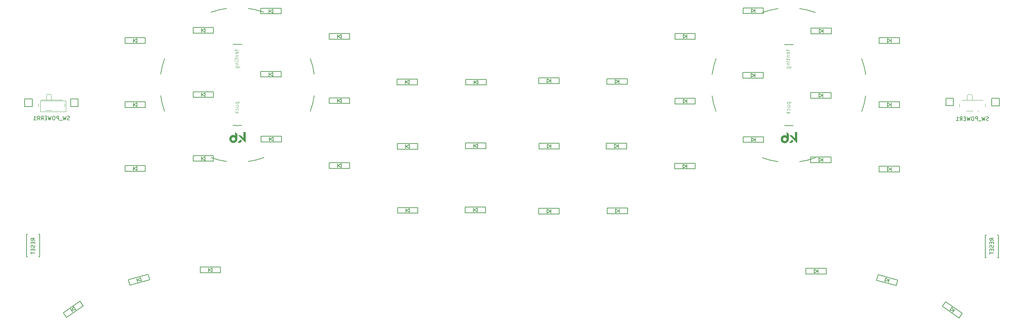
<source format=gbr>
%TF.GenerationSoftware,KiCad,Pcbnew,(6.0.5-0)*%
%TF.CreationDate,2022-06-22T19:04:36-07:00*%
%TF.ProjectId,Swept_3x6,53776570-745f-4337-9836-2e6b69636164,rev?*%
%TF.SameCoordinates,Original*%
%TF.FileFunction,Legend,Bot*%
%TF.FilePolarity,Positive*%
%FSLAX46Y46*%
G04 Gerber Fmt 4.6, Leading zero omitted, Abs format (unit mm)*
G04 Created by KiCad (PCBNEW (6.0.5-0)) date 2022-06-22 19:04:36*
%MOMM*%
%LPD*%
G01*
G04 APERTURE LIST*
%ADD10C,0.120000*%
%ADD11C,0.150000*%
%ADD12C,0.100000*%
%ADD13C,0.200000*%
%ADD14C,0.010000*%
G04 APERTURE END LIST*
D10*
X23182600Y-47055800D02*
X29913600Y-47055800D01*
X29913600Y-47055800D02*
X29913600Y-49976800D01*
X29913600Y-49976800D02*
X23182600Y-49976800D01*
X23182600Y-49976800D02*
X23182600Y-47055800D01*
D11*
%TO.C,RSW1*%
X275483580Y-84171019D02*
X275007390Y-83837685D01*
X275483580Y-83599590D02*
X274483580Y-83599590D01*
X274483580Y-83980542D01*
X274531200Y-84075780D01*
X274578819Y-84123400D01*
X274674057Y-84171019D01*
X274816914Y-84171019D01*
X274912152Y-84123400D01*
X274959771Y-84075780D01*
X275007390Y-83980542D01*
X275007390Y-83599590D01*
X274959771Y-84599590D02*
X274959771Y-84932923D01*
X275483580Y-85075780D02*
X275483580Y-84599590D01*
X274483580Y-84599590D01*
X274483580Y-85075780D01*
X275435961Y-85456733D02*
X275483580Y-85599590D01*
X275483580Y-85837685D01*
X275435961Y-85932923D01*
X275388342Y-85980542D01*
X275293104Y-86028161D01*
X275197866Y-86028161D01*
X275102628Y-85980542D01*
X275055009Y-85932923D01*
X275007390Y-85837685D01*
X274959771Y-85647209D01*
X274912152Y-85551971D01*
X274864533Y-85504352D01*
X274769295Y-85456733D01*
X274674057Y-85456733D01*
X274578819Y-85504352D01*
X274531200Y-85551971D01*
X274483580Y-85647209D01*
X274483580Y-85885304D01*
X274531200Y-86028161D01*
X274959771Y-86456733D02*
X274959771Y-86790066D01*
X275483580Y-86932923D02*
X275483580Y-86456733D01*
X274483580Y-86456733D01*
X274483580Y-86932923D01*
X274483580Y-87218638D02*
X274483580Y-87790066D01*
X275483580Y-87504352D02*
X274483580Y-87504352D01*
D12*
%TO.C,REF\u002A\u002A*%
X220833714Y-33514500D02*
X220833714Y-33895452D01*
X220500380Y-33657357D02*
X221357523Y-33657357D01*
X221452761Y-33704976D01*
X221500380Y-33800214D01*
X221500380Y-33895452D01*
X221452761Y-34609738D02*
X221500380Y-34514500D01*
X221500380Y-34324023D01*
X221452761Y-34228785D01*
X221357523Y-34181166D01*
X220976571Y-34181166D01*
X220881333Y-34228785D01*
X220833714Y-34324023D01*
X220833714Y-34514500D01*
X220881333Y-34609738D01*
X220976571Y-34657357D01*
X221071809Y-34657357D01*
X221167047Y-34181166D01*
X220833714Y-35085928D02*
X221500380Y-35085928D01*
X220928952Y-35085928D02*
X220881333Y-35133547D01*
X220833714Y-35228785D01*
X220833714Y-35371642D01*
X220881333Y-35466880D01*
X220976571Y-35514500D01*
X221500380Y-35514500D01*
X220833714Y-35847833D02*
X220833714Y-36228785D01*
X220500380Y-35990690D02*
X221357523Y-35990690D01*
X221452761Y-36038309D01*
X221500380Y-36133547D01*
X221500380Y-36228785D01*
X221500380Y-36562119D02*
X220833714Y-36562119D01*
X220500380Y-36562119D02*
X220548000Y-36514500D01*
X220595619Y-36562119D01*
X220548000Y-36609738D01*
X220500380Y-36562119D01*
X220595619Y-36562119D01*
X220833714Y-37038309D02*
X221500380Y-37038309D01*
X220928952Y-37038309D02*
X220881333Y-37085928D01*
X220833714Y-37181166D01*
X220833714Y-37324023D01*
X220881333Y-37419261D01*
X220976571Y-37466880D01*
X221500380Y-37466880D01*
X220833714Y-38371642D02*
X221643238Y-38371642D01*
X221738476Y-38324023D01*
X221786095Y-38276404D01*
X221833714Y-38181166D01*
X221833714Y-38038309D01*
X221786095Y-37943071D01*
X221452761Y-38371642D02*
X221500380Y-38276404D01*
X221500380Y-38085928D01*
X221452761Y-37990690D01*
X221405142Y-37943071D01*
X221309904Y-37895452D01*
X221024190Y-37895452D01*
X220928952Y-37943071D01*
X220881333Y-37990690D01*
X220833714Y-38085928D01*
X220833714Y-38276404D01*
X220881333Y-38371642D01*
X220897214Y-47468500D02*
X221897214Y-47468500D01*
X220944833Y-47468500D02*
X220897214Y-47563738D01*
X220897214Y-47754214D01*
X220944833Y-47849452D01*
X220992452Y-47897071D01*
X221087690Y-47944690D01*
X221373404Y-47944690D01*
X221468642Y-47897071D01*
X221516261Y-47849452D01*
X221563880Y-47754214D01*
X221563880Y-47563738D01*
X221516261Y-47468500D01*
X220897214Y-48801833D02*
X221563880Y-48801833D01*
X220897214Y-48373261D02*
X221421023Y-48373261D01*
X221516261Y-48420880D01*
X221563880Y-48516119D01*
X221563880Y-48658976D01*
X221516261Y-48754214D01*
X221468642Y-48801833D01*
X221516261Y-49706595D02*
X221563880Y-49611357D01*
X221563880Y-49420880D01*
X221516261Y-49325642D01*
X221468642Y-49278023D01*
X221373404Y-49230404D01*
X221087690Y-49230404D01*
X220992452Y-49278023D01*
X220944833Y-49325642D01*
X220897214Y-49420880D01*
X220897214Y-49611357D01*
X220944833Y-49706595D01*
X221563880Y-50135166D02*
X220563880Y-50135166D01*
X221182928Y-50230404D02*
X221563880Y-50516119D01*
X220897214Y-50516119D02*
X221278166Y-50135166D01*
X74952614Y-47410900D02*
X75952614Y-47410900D01*
X75000233Y-47410900D02*
X74952614Y-47506138D01*
X74952614Y-47696614D01*
X75000233Y-47791852D01*
X75047852Y-47839471D01*
X75143090Y-47887090D01*
X75428804Y-47887090D01*
X75524042Y-47839471D01*
X75571661Y-47791852D01*
X75619280Y-47696614D01*
X75619280Y-47506138D01*
X75571661Y-47410900D01*
X74952614Y-48744233D02*
X75619280Y-48744233D01*
X74952614Y-48315661D02*
X75476423Y-48315661D01*
X75571661Y-48363280D01*
X75619280Y-48458519D01*
X75619280Y-48601376D01*
X75571661Y-48696614D01*
X75524042Y-48744233D01*
X75571661Y-49648995D02*
X75619280Y-49553757D01*
X75619280Y-49363280D01*
X75571661Y-49268042D01*
X75524042Y-49220423D01*
X75428804Y-49172804D01*
X75143090Y-49172804D01*
X75047852Y-49220423D01*
X75000233Y-49268042D01*
X74952614Y-49363280D01*
X74952614Y-49553757D01*
X75000233Y-49648995D01*
X75619280Y-50077566D02*
X74619280Y-50077566D01*
X75238328Y-50172804D02*
X75619280Y-50458519D01*
X74952614Y-50458519D02*
X75333566Y-50077566D01*
X74889114Y-33456900D02*
X74889114Y-33837852D01*
X74555780Y-33599757D02*
X75412923Y-33599757D01*
X75508161Y-33647376D01*
X75555780Y-33742614D01*
X75555780Y-33837852D01*
X75508161Y-34552138D02*
X75555780Y-34456900D01*
X75555780Y-34266423D01*
X75508161Y-34171185D01*
X75412923Y-34123566D01*
X75031971Y-34123566D01*
X74936733Y-34171185D01*
X74889114Y-34266423D01*
X74889114Y-34456900D01*
X74936733Y-34552138D01*
X75031971Y-34599757D01*
X75127209Y-34599757D01*
X75222447Y-34123566D01*
X74889114Y-35028328D02*
X75555780Y-35028328D01*
X74984352Y-35028328D02*
X74936733Y-35075947D01*
X74889114Y-35171185D01*
X74889114Y-35314042D01*
X74936733Y-35409280D01*
X75031971Y-35456900D01*
X75555780Y-35456900D01*
X74889114Y-35790233D02*
X74889114Y-36171185D01*
X74555780Y-35933090D02*
X75412923Y-35933090D01*
X75508161Y-35980709D01*
X75555780Y-36075947D01*
X75555780Y-36171185D01*
X75555780Y-36504519D02*
X74889114Y-36504519D01*
X74555780Y-36504519D02*
X74603400Y-36456900D01*
X74651019Y-36504519D01*
X74603400Y-36552138D01*
X74555780Y-36504519D01*
X74651019Y-36504519D01*
X74889114Y-36980709D02*
X75555780Y-36980709D01*
X74984352Y-36980709D02*
X74936733Y-37028328D01*
X74889114Y-37123566D01*
X74889114Y-37266423D01*
X74936733Y-37361661D01*
X75031971Y-37409280D01*
X75555780Y-37409280D01*
X74889114Y-38314042D02*
X75698638Y-38314042D01*
X75793876Y-38266423D01*
X75841495Y-38218804D01*
X75889114Y-38123566D01*
X75889114Y-37980709D01*
X75841495Y-37885471D01*
X75508161Y-38314042D02*
X75555780Y-38218804D01*
X75555780Y-38028328D01*
X75508161Y-37933090D01*
X75460542Y-37885471D01*
X75365304Y-37837852D01*
X75079590Y-37837852D01*
X74984352Y-37885471D01*
X74936733Y-37933090D01*
X74889114Y-38028328D01*
X74889114Y-38218804D01*
X74936733Y-38314042D01*
D11*
%TO.C,RSW2*%
X21737580Y-84145619D02*
X21261390Y-83812285D01*
X21737580Y-83574190D02*
X20737580Y-83574190D01*
X20737580Y-83955142D01*
X20785200Y-84050380D01*
X20832819Y-84098000D01*
X20928057Y-84145619D01*
X21070914Y-84145619D01*
X21166152Y-84098000D01*
X21213771Y-84050380D01*
X21261390Y-83955142D01*
X21261390Y-83574190D01*
X21213771Y-84574190D02*
X21213771Y-84907523D01*
X21737580Y-85050380D02*
X21737580Y-84574190D01*
X20737580Y-84574190D01*
X20737580Y-85050380D01*
X21689961Y-85431333D02*
X21737580Y-85574190D01*
X21737580Y-85812285D01*
X21689961Y-85907523D01*
X21642342Y-85955142D01*
X21547104Y-86002761D01*
X21451866Y-86002761D01*
X21356628Y-85955142D01*
X21309009Y-85907523D01*
X21261390Y-85812285D01*
X21213771Y-85621809D01*
X21166152Y-85526571D01*
X21118533Y-85478952D01*
X21023295Y-85431333D01*
X20928057Y-85431333D01*
X20832819Y-85478952D01*
X20785200Y-85526571D01*
X20737580Y-85621809D01*
X20737580Y-85859904D01*
X20785200Y-86002761D01*
X21213771Y-86431333D02*
X21213771Y-86764666D01*
X21737580Y-86907523D02*
X21737580Y-86431333D01*
X20737580Y-86431333D01*
X20737580Y-86907523D01*
X20737580Y-87193238D02*
X20737580Y-87764666D01*
X21737580Y-87478952D02*
X20737580Y-87478952D01*
%TO.C,+*%
%TO.C,-*%
%TO.C,+*%
%TO.C,-*%
%TO.C,SW_POWER1*%
X274136904Y-52263561D02*
X273994047Y-52311180D01*
X273755952Y-52311180D01*
X273660714Y-52263561D01*
X273613095Y-52215942D01*
X273565476Y-52120704D01*
X273565476Y-52025466D01*
X273613095Y-51930228D01*
X273660714Y-51882609D01*
X273755952Y-51834990D01*
X273946428Y-51787371D01*
X274041666Y-51739752D01*
X274089285Y-51692133D01*
X274136904Y-51596895D01*
X274136904Y-51501657D01*
X274089285Y-51406419D01*
X274041666Y-51358800D01*
X273946428Y-51311180D01*
X273708333Y-51311180D01*
X273565476Y-51358800D01*
X273232142Y-51311180D02*
X272994047Y-52311180D01*
X272803571Y-51596895D01*
X272613095Y-52311180D01*
X272375000Y-51311180D01*
X272232142Y-52406419D02*
X271470238Y-52406419D01*
X271232142Y-52311180D02*
X271232142Y-51311180D01*
X270851190Y-51311180D01*
X270755952Y-51358800D01*
X270708333Y-51406419D01*
X270660714Y-51501657D01*
X270660714Y-51644514D01*
X270708333Y-51739752D01*
X270755952Y-51787371D01*
X270851190Y-51834990D01*
X271232142Y-51834990D01*
X270041666Y-51311180D02*
X269851190Y-51311180D01*
X269755952Y-51358800D01*
X269660714Y-51454038D01*
X269613095Y-51644514D01*
X269613095Y-51977847D01*
X269660714Y-52168323D01*
X269755952Y-52263561D01*
X269851190Y-52311180D01*
X270041666Y-52311180D01*
X270136904Y-52263561D01*
X270232142Y-52168323D01*
X270279761Y-51977847D01*
X270279761Y-51644514D01*
X270232142Y-51454038D01*
X270136904Y-51358800D01*
X270041666Y-51311180D01*
X269279761Y-51311180D02*
X269041666Y-52311180D01*
X268851190Y-51596895D01*
X268660714Y-52311180D01*
X268422619Y-51311180D01*
X268041666Y-51787371D02*
X267708333Y-51787371D01*
X267565476Y-52311180D02*
X268041666Y-52311180D01*
X268041666Y-51311180D01*
X267565476Y-51311180D01*
X266565476Y-52311180D02*
X266898809Y-51834990D01*
X267136904Y-52311180D02*
X267136904Y-51311180D01*
X266755952Y-51311180D01*
X266660714Y-51358800D01*
X266613095Y-51406419D01*
X266565476Y-51501657D01*
X266565476Y-51644514D01*
X266613095Y-51739752D01*
X266660714Y-51787371D01*
X266755952Y-51834990D01*
X267136904Y-51834990D01*
X265613095Y-52311180D02*
X266184523Y-52311180D01*
X265898809Y-52311180D02*
X265898809Y-51311180D01*
X265994047Y-51454038D01*
X266089285Y-51549276D01*
X266184523Y-51596895D01*
%TO.C,SW_POWERR1*%
X30923904Y-52136561D02*
X30781047Y-52184180D01*
X30542952Y-52184180D01*
X30447714Y-52136561D01*
X30400095Y-52088942D01*
X30352476Y-51993704D01*
X30352476Y-51898466D01*
X30400095Y-51803228D01*
X30447714Y-51755609D01*
X30542952Y-51707990D01*
X30733428Y-51660371D01*
X30828666Y-51612752D01*
X30876285Y-51565133D01*
X30923904Y-51469895D01*
X30923904Y-51374657D01*
X30876285Y-51279419D01*
X30828666Y-51231800D01*
X30733428Y-51184180D01*
X30495333Y-51184180D01*
X30352476Y-51231800D01*
X30019142Y-51184180D02*
X29781047Y-52184180D01*
X29590571Y-51469895D01*
X29400095Y-52184180D01*
X29162000Y-51184180D01*
X29019142Y-52279419D02*
X28257238Y-52279419D01*
X28019142Y-52184180D02*
X28019142Y-51184180D01*
X27638190Y-51184180D01*
X27542952Y-51231800D01*
X27495333Y-51279419D01*
X27447714Y-51374657D01*
X27447714Y-51517514D01*
X27495333Y-51612752D01*
X27542952Y-51660371D01*
X27638190Y-51707990D01*
X28019142Y-51707990D01*
X26828666Y-51184180D02*
X26638190Y-51184180D01*
X26542952Y-51231800D01*
X26447714Y-51327038D01*
X26400095Y-51517514D01*
X26400095Y-51850847D01*
X26447714Y-52041323D01*
X26542952Y-52136561D01*
X26638190Y-52184180D01*
X26828666Y-52184180D01*
X26923904Y-52136561D01*
X27019142Y-52041323D01*
X27066761Y-51850847D01*
X27066761Y-51517514D01*
X27019142Y-51327038D01*
X26923904Y-51231800D01*
X26828666Y-51184180D01*
X26066761Y-51184180D02*
X25828666Y-52184180D01*
X25638190Y-51469895D01*
X25447714Y-52184180D01*
X25209619Y-51184180D01*
X24828666Y-51660371D02*
X24495333Y-51660371D01*
X24352476Y-52184180D02*
X24828666Y-52184180D01*
X24828666Y-51184180D01*
X24352476Y-51184180D01*
X23352476Y-52184180D02*
X23685809Y-51707990D01*
X23923904Y-52184180D02*
X23923904Y-51184180D01*
X23542952Y-51184180D01*
X23447714Y-51231800D01*
X23400095Y-51279419D01*
X23352476Y-51374657D01*
X23352476Y-51517514D01*
X23400095Y-51612752D01*
X23447714Y-51660371D01*
X23542952Y-51707990D01*
X23923904Y-51707990D01*
X22352476Y-52184180D02*
X22685809Y-51707990D01*
X22923904Y-52184180D02*
X22923904Y-51184180D01*
X22542952Y-51184180D01*
X22447714Y-51231800D01*
X22400095Y-51279419D01*
X22352476Y-51374657D01*
X22352476Y-51517514D01*
X22400095Y-51612752D01*
X22447714Y-51660371D01*
X22542952Y-51707990D01*
X22923904Y-51707990D01*
X21400095Y-52184180D02*
X21971523Y-52184180D01*
X21685809Y-52184180D02*
X21685809Y-51184180D01*
X21781047Y-51327038D01*
X21876285Y-51422276D01*
X21971523Y-51469895D01*
%TO.C,RSW1*%
X273531200Y-88750400D02*
X273281200Y-88750400D01*
X276781200Y-82750400D02*
X276781200Y-88750400D01*
X276781200Y-88750400D02*
X276531200Y-88750400D01*
X276531200Y-82750400D02*
X276781200Y-82750400D01*
X273281200Y-82750400D02*
X273531200Y-82750400D01*
X273281200Y-88750400D02*
X273281200Y-82750400D01*
D13*
%TO.C,REF\u002A\u002A*%
X224159500Y-63256000D02*
G75*
G03*
X228310045Y-62222135I-2857506J20320019D01*
G01*
X221302000Y-32141000D02*
G75*
G03*
X220173615Y-32200136I-6J-10794921D01*
G01*
X200981999Y-45793500D02*
G75*
G03*
X202015865Y-49944046I20320001J2857500D01*
G01*
X222430385Y-32200137D02*
G75*
G03*
X221302000Y-32141000I-1128385J-10735763D01*
G01*
X218444500Y-22615999D02*
G75*
G03*
X214293954Y-23649865I2857500J-20320001D01*
G01*
X221302000Y-53731001D02*
G75*
G03*
X222430385Y-53671864I0J10794901D01*
G01*
X240588134Y-49944048D02*
G75*
G03*
X241622000Y-45793500I-19286134J7008048D01*
G01*
X220173615Y-53671864D02*
G75*
G03*
X221302000Y-53731000I1128379J10735785D01*
G01*
X202015865Y-35927956D02*
G75*
G03*
X200982000Y-40078500I19286255J-7008074D01*
G01*
X214293955Y-62222135D02*
G75*
G03*
X218444500Y-63256000I7008045J19286135D01*
G01*
X241622000Y-40078500D02*
G75*
G03*
X240588134Y-35927952I-20320000J-2857500D01*
G01*
X228310049Y-23649867D02*
G75*
G03*
X224159500Y-22616000I-7008049J-19286133D01*
G01*
G36*
X221179717Y-57366364D02*
G01*
X221177104Y-57394759D01*
X221168235Y-57441209D01*
X221130682Y-57568369D01*
X221075516Y-57694232D01*
X221005824Y-57812414D01*
X220924693Y-57916534D01*
X220916299Y-57925700D01*
X220807987Y-58026026D01*
X220685567Y-58110023D01*
X220552394Y-58176002D01*
X220411826Y-58222277D01*
X220267218Y-58247158D01*
X220166972Y-58251641D01*
X220018551Y-58240242D01*
X219875132Y-58207989D01*
X219738896Y-58155966D01*
X219612021Y-58085252D01*
X219496688Y-57996930D01*
X219395075Y-57892081D01*
X219309363Y-57771788D01*
X219252108Y-57664869D01*
X219198963Y-57525633D01*
X219167607Y-57381069D01*
X219161103Y-57284705D01*
X219656342Y-57284705D01*
X219656624Y-57289995D01*
X219660942Y-57345298D01*
X219668299Y-57387590D01*
X219680944Y-57426198D01*
X219701125Y-57470444D01*
X219722613Y-57508771D01*
X219764098Y-57567565D01*
X219812155Y-57623021D01*
X219861478Y-57669215D01*
X219906764Y-57700219D01*
X219922931Y-57707995D01*
X219963836Y-57725355D01*
X220006833Y-57741441D01*
X220079660Y-57760729D01*
X220183361Y-57769250D01*
X220284902Y-57756456D01*
X220381688Y-57723324D01*
X220471120Y-57670831D01*
X220550601Y-57599954D01*
X220617535Y-57511671D01*
X220646189Y-57457526D01*
X220676621Y-57363507D01*
X220687193Y-57265958D01*
X220678887Y-57168010D01*
X220652685Y-57072797D01*
X220609572Y-56983450D01*
X220550529Y-56903104D01*
X220476539Y-56834890D01*
X220388587Y-56781941D01*
X220374584Y-56775655D01*
X220276238Y-56745030D01*
X220174886Y-56734848D01*
X220073982Y-56744168D01*
X219976983Y-56772046D01*
X219887347Y-56817542D01*
X219808530Y-56879712D01*
X219743988Y-56957616D01*
X219726218Y-56986145D01*
X219682566Y-57079568D01*
X219659710Y-57177460D01*
X219656342Y-57284705D01*
X219161103Y-57284705D01*
X219157316Y-57228591D01*
X219160877Y-57138921D01*
X219183558Y-56988642D01*
X219226310Y-56846673D01*
X219288120Y-56714688D01*
X219367978Y-56594363D01*
X219464872Y-56487374D01*
X219577792Y-56395394D01*
X219705725Y-56320101D01*
X219775576Y-56287462D01*
X219850714Y-56258245D01*
X219922366Y-56238753D01*
X219998849Y-56226816D01*
X220088484Y-56220264D01*
X220106296Y-56219596D01*
X220245497Y-56226034D01*
X220375880Y-56253710D01*
X220498096Y-56302814D01*
X220612793Y-56373536D01*
X220636927Y-56390738D01*
X220661773Y-56407081D01*
X220674204Y-56413395D01*
X220675112Y-56409365D01*
X220676561Y-56385558D01*
X220677888Y-56342435D01*
X220679057Y-56282360D01*
X220680033Y-56207698D01*
X220680783Y-56120812D01*
X220681272Y-56024067D01*
X220681464Y-55919827D01*
X220681612Y-55426259D01*
X221189316Y-55936285D01*
X221189229Y-56627999D01*
X221189226Y-56639735D01*
X221188965Y-56790209D01*
X221188301Y-56927481D01*
X221187257Y-57050137D01*
X221185854Y-57156766D01*
X221184115Y-57245955D01*
X221183531Y-57265958D01*
X221182062Y-57316292D01*
X221179717Y-57366364D01*
G37*
D14*
X221179717Y-57366364D02*
X221177104Y-57394759D01*
X221168235Y-57441209D01*
X221130682Y-57568369D01*
X221075516Y-57694232D01*
X221005824Y-57812414D01*
X220924693Y-57916534D01*
X220916299Y-57925700D01*
X220807987Y-58026026D01*
X220685567Y-58110023D01*
X220552394Y-58176002D01*
X220411826Y-58222277D01*
X220267218Y-58247158D01*
X220166972Y-58251641D01*
X220018551Y-58240242D01*
X219875132Y-58207989D01*
X219738896Y-58155966D01*
X219612021Y-58085252D01*
X219496688Y-57996930D01*
X219395075Y-57892081D01*
X219309363Y-57771788D01*
X219252108Y-57664869D01*
X219198963Y-57525633D01*
X219167607Y-57381069D01*
X219161103Y-57284705D01*
X219656342Y-57284705D01*
X219656624Y-57289995D01*
X219660942Y-57345298D01*
X219668299Y-57387590D01*
X219680944Y-57426198D01*
X219701125Y-57470444D01*
X219722613Y-57508771D01*
X219764098Y-57567565D01*
X219812155Y-57623021D01*
X219861478Y-57669215D01*
X219906764Y-57700219D01*
X219922931Y-57707995D01*
X219963836Y-57725355D01*
X220006833Y-57741441D01*
X220079660Y-57760729D01*
X220183361Y-57769250D01*
X220284902Y-57756456D01*
X220381688Y-57723324D01*
X220471120Y-57670831D01*
X220550601Y-57599954D01*
X220617535Y-57511671D01*
X220646189Y-57457526D01*
X220676621Y-57363507D01*
X220687193Y-57265958D01*
X220678887Y-57168010D01*
X220652685Y-57072797D01*
X220609572Y-56983450D01*
X220550529Y-56903104D01*
X220476539Y-56834890D01*
X220388587Y-56781941D01*
X220374584Y-56775655D01*
X220276238Y-56745030D01*
X220174886Y-56734848D01*
X220073982Y-56744168D01*
X219976983Y-56772046D01*
X219887347Y-56817542D01*
X219808530Y-56879712D01*
X219743988Y-56957616D01*
X219726218Y-56986145D01*
X219682566Y-57079568D01*
X219659710Y-57177460D01*
X219656342Y-57284705D01*
X219161103Y-57284705D01*
X219157316Y-57228591D01*
X219160877Y-57138921D01*
X219183558Y-56988642D01*
X219226310Y-56846673D01*
X219288120Y-56714688D01*
X219367978Y-56594363D01*
X219464872Y-56487374D01*
X219577792Y-56395394D01*
X219705725Y-56320101D01*
X219775576Y-56287462D01*
X219850714Y-56258245D01*
X219922366Y-56238753D01*
X219998849Y-56226816D01*
X220088484Y-56220264D01*
X220106296Y-56219596D01*
X220245497Y-56226034D01*
X220375880Y-56253710D01*
X220498096Y-56302814D01*
X220612793Y-56373536D01*
X220636927Y-56390738D01*
X220661773Y-56407081D01*
X220674204Y-56413395D01*
X220675112Y-56409365D01*
X220676561Y-56385558D01*
X220677888Y-56342435D01*
X220679057Y-56282360D01*
X220680033Y-56207698D01*
X220680783Y-56120812D01*
X220681272Y-56024067D01*
X220681464Y-55919827D01*
X220681612Y-55426259D01*
X221189316Y-55936285D01*
X221189229Y-56627999D01*
X221189226Y-56639735D01*
X221188965Y-56790209D01*
X221188301Y-56927481D01*
X221187257Y-57050137D01*
X221185854Y-57156766D01*
X221184115Y-57245955D01*
X221183531Y-57265958D01*
X221182062Y-57316292D01*
X221179717Y-57366364D01*
G36*
X223382952Y-58162356D02*
G01*
X223292108Y-58070080D01*
X223278327Y-58056084D01*
X223246466Y-58023731D01*
X223200519Y-57977077D01*
X223141703Y-57917359D01*
X223071236Y-57845814D01*
X222990337Y-57763677D01*
X222900222Y-57672184D01*
X222802110Y-57572573D01*
X222697218Y-57466080D01*
X222586764Y-57353940D01*
X222471965Y-57237391D01*
X222354040Y-57117668D01*
X221506816Y-56257531D01*
X221795184Y-56254438D01*
X222083552Y-56251344D01*
X222886498Y-57054044D01*
X222886498Y-55420486D01*
X223382952Y-55420486D01*
X223382952Y-58162356D01*
G37*
X223382952Y-58162356D02*
X223292108Y-58070080D01*
X223278327Y-58056084D01*
X223246466Y-58023731D01*
X223200519Y-57977077D01*
X223141703Y-57917359D01*
X223071236Y-57845814D01*
X222990337Y-57763677D01*
X222900222Y-57672184D01*
X222802110Y-57572573D01*
X222697218Y-57466080D01*
X222586764Y-57353940D01*
X222471965Y-57237391D01*
X222354040Y-57117668D01*
X221506816Y-56257531D01*
X221795184Y-56254438D01*
X222083552Y-56251344D01*
X222886498Y-57054044D01*
X222886498Y-55420486D01*
X223382952Y-55420486D01*
X223382952Y-58162356D01*
G36*
X222089184Y-57452669D02*
G01*
X222101413Y-57462717D01*
X222126895Y-57486337D01*
X222163042Y-57521050D01*
X222207266Y-57564375D01*
X222256979Y-57613830D01*
X222418014Y-57775174D01*
X222384132Y-57812989D01*
X222380955Y-57816481D01*
X222359087Y-57839690D01*
X222324741Y-57875436D01*
X222280925Y-57920616D01*
X222230642Y-57972129D01*
X222176900Y-58026872D01*
X222003550Y-58202941D01*
X221383536Y-58202941D01*
X221411837Y-58169306D01*
X221414130Y-58166615D01*
X221434798Y-58143386D01*
X221467556Y-58107546D01*
X221510416Y-58061201D01*
X221561388Y-58006458D01*
X221618484Y-57945423D01*
X221679714Y-57880204D01*
X221743089Y-57812906D01*
X221806622Y-57745636D01*
X221868321Y-57680501D01*
X221926200Y-57619607D01*
X221978267Y-57565061D01*
X222022536Y-57518969D01*
X222057015Y-57483438D01*
X222079718Y-57460575D01*
X222088653Y-57452486D01*
X222089184Y-57452669D01*
G37*
X222089184Y-57452669D02*
X222101413Y-57462717D01*
X222126895Y-57486337D01*
X222163042Y-57521050D01*
X222207266Y-57564375D01*
X222256979Y-57613830D01*
X222418014Y-57775174D01*
X222384132Y-57812989D01*
X222380955Y-57816481D01*
X222359087Y-57839690D01*
X222324741Y-57875436D01*
X222280925Y-57920616D01*
X222230642Y-57972129D01*
X222176900Y-58026872D01*
X222003550Y-58202941D01*
X221383536Y-58202941D01*
X221411837Y-58169306D01*
X221414130Y-58166615D01*
X221434798Y-58143386D01*
X221467556Y-58107546D01*
X221510416Y-58061201D01*
X221561388Y-58006458D01*
X221618484Y-57945423D01*
X221679714Y-57880204D01*
X221743089Y-57812906D01*
X221806622Y-57745636D01*
X221868321Y-57680501D01*
X221926200Y-57619607D01*
X221978267Y-57565061D01*
X222022536Y-57518969D01*
X222057015Y-57483438D01*
X222079718Y-57460575D01*
X222088653Y-57452486D01*
X222089184Y-57452669D01*
D13*
X76485785Y-32142537D02*
G75*
G03*
X75357400Y-32083400I-1128385J-10735763D01*
G01*
X55037399Y-45735900D02*
G75*
G03*
X56071265Y-49886446I20320001J2857500D01*
G01*
X75357400Y-32083400D02*
G75*
G03*
X74229015Y-32142536I-6J-10794921D01*
G01*
X82365449Y-23592267D02*
G75*
G03*
X78214900Y-22558400I-7008049J-19286133D01*
G01*
X72499900Y-22558399D02*
G75*
G03*
X68349354Y-23592265I2857500J-20320001D01*
G01*
X95677400Y-40020900D02*
G75*
G03*
X94643534Y-35870352I-20320000J-2857500D01*
G01*
X78214900Y-63198400D02*
G75*
G03*
X82365445Y-62164535I-2857506J20320019D01*
G01*
X56071265Y-35870356D02*
G75*
G03*
X55037400Y-40020900I19286255J-7008074D01*
G01*
X74229015Y-53614264D02*
G75*
G03*
X75357400Y-53673400I1128379J10735785D01*
G01*
X68349355Y-62164535D02*
G75*
G03*
X72499900Y-63198400I7008045J19286135D01*
G01*
X75357400Y-53673401D02*
G75*
G03*
X76485785Y-53614264I0J10794901D01*
G01*
X94643534Y-49886448D02*
G75*
G03*
X95677400Y-45735900I-19286134J7008048D01*
G01*
G36*
X77438352Y-58104756D02*
G01*
X77347508Y-58012480D01*
X77333727Y-57998484D01*
X77301866Y-57966131D01*
X77255919Y-57919477D01*
X77197103Y-57859759D01*
X77126636Y-57788214D01*
X77045737Y-57706077D01*
X76955622Y-57614584D01*
X76857510Y-57514973D01*
X76752618Y-57408480D01*
X76642164Y-57296340D01*
X76527365Y-57179791D01*
X76409440Y-57060068D01*
X75562216Y-56199931D01*
X75850584Y-56196838D01*
X76138952Y-56193744D01*
X76941898Y-56996444D01*
X76941898Y-55362886D01*
X77438352Y-55362886D01*
X77438352Y-58104756D01*
G37*
D14*
X77438352Y-58104756D02*
X77347508Y-58012480D01*
X77333727Y-57998484D01*
X77301866Y-57966131D01*
X77255919Y-57919477D01*
X77197103Y-57859759D01*
X77126636Y-57788214D01*
X77045737Y-57706077D01*
X76955622Y-57614584D01*
X76857510Y-57514973D01*
X76752618Y-57408480D01*
X76642164Y-57296340D01*
X76527365Y-57179791D01*
X76409440Y-57060068D01*
X75562216Y-56199931D01*
X75850584Y-56196838D01*
X76138952Y-56193744D01*
X76941898Y-56996444D01*
X76941898Y-55362886D01*
X77438352Y-55362886D01*
X77438352Y-58104756D01*
G36*
X76144584Y-57395069D02*
G01*
X76156813Y-57405117D01*
X76182295Y-57428737D01*
X76218442Y-57463450D01*
X76262666Y-57506775D01*
X76312379Y-57556230D01*
X76473414Y-57717574D01*
X76439532Y-57755389D01*
X76436355Y-57758881D01*
X76414487Y-57782090D01*
X76380141Y-57817836D01*
X76336325Y-57863016D01*
X76286042Y-57914529D01*
X76232300Y-57969272D01*
X76058950Y-58145341D01*
X75438936Y-58145341D01*
X75467237Y-58111706D01*
X75469530Y-58109015D01*
X75490198Y-58085786D01*
X75522956Y-58049946D01*
X75565816Y-58003601D01*
X75616788Y-57948858D01*
X75673884Y-57887823D01*
X75735114Y-57822604D01*
X75798489Y-57755306D01*
X75862022Y-57688036D01*
X75923721Y-57622901D01*
X75981600Y-57562007D01*
X76033667Y-57507461D01*
X76077936Y-57461369D01*
X76112415Y-57425838D01*
X76135118Y-57402975D01*
X76144053Y-57394886D01*
X76144584Y-57395069D01*
G37*
X76144584Y-57395069D02*
X76156813Y-57405117D01*
X76182295Y-57428737D01*
X76218442Y-57463450D01*
X76262666Y-57506775D01*
X76312379Y-57556230D01*
X76473414Y-57717574D01*
X76439532Y-57755389D01*
X76436355Y-57758881D01*
X76414487Y-57782090D01*
X76380141Y-57817836D01*
X76336325Y-57863016D01*
X76286042Y-57914529D01*
X76232300Y-57969272D01*
X76058950Y-58145341D01*
X75438936Y-58145341D01*
X75467237Y-58111706D01*
X75469530Y-58109015D01*
X75490198Y-58085786D01*
X75522956Y-58049946D01*
X75565816Y-58003601D01*
X75616788Y-57948858D01*
X75673884Y-57887823D01*
X75735114Y-57822604D01*
X75798489Y-57755306D01*
X75862022Y-57688036D01*
X75923721Y-57622901D01*
X75981600Y-57562007D01*
X76033667Y-57507461D01*
X76077936Y-57461369D01*
X76112415Y-57425838D01*
X76135118Y-57402975D01*
X76144053Y-57394886D01*
X76144584Y-57395069D01*
G36*
X75235117Y-57308764D02*
G01*
X75232504Y-57337159D01*
X75223635Y-57383609D01*
X75186082Y-57510769D01*
X75130916Y-57636632D01*
X75061224Y-57754814D01*
X74980093Y-57858934D01*
X74971699Y-57868100D01*
X74863387Y-57968426D01*
X74740967Y-58052423D01*
X74607794Y-58118402D01*
X74467226Y-58164677D01*
X74322618Y-58189558D01*
X74222372Y-58194041D01*
X74073951Y-58182642D01*
X73930532Y-58150389D01*
X73794296Y-58098366D01*
X73667421Y-58027652D01*
X73552088Y-57939330D01*
X73450475Y-57834481D01*
X73364763Y-57714188D01*
X73307508Y-57607269D01*
X73254363Y-57468033D01*
X73223007Y-57323469D01*
X73216503Y-57227105D01*
X73711742Y-57227105D01*
X73712024Y-57232395D01*
X73716342Y-57287698D01*
X73723699Y-57329990D01*
X73736344Y-57368598D01*
X73756525Y-57412844D01*
X73778013Y-57451171D01*
X73819498Y-57509965D01*
X73867555Y-57565421D01*
X73916878Y-57611615D01*
X73962164Y-57642619D01*
X73978331Y-57650395D01*
X74019236Y-57667755D01*
X74062233Y-57683841D01*
X74135060Y-57703129D01*
X74238761Y-57711650D01*
X74340302Y-57698856D01*
X74437088Y-57665724D01*
X74526520Y-57613231D01*
X74606001Y-57542354D01*
X74672935Y-57454071D01*
X74701589Y-57399926D01*
X74732021Y-57305907D01*
X74742593Y-57208358D01*
X74734287Y-57110410D01*
X74708085Y-57015197D01*
X74664972Y-56925850D01*
X74605929Y-56845504D01*
X74531939Y-56777290D01*
X74443987Y-56724341D01*
X74429984Y-56718055D01*
X74331638Y-56687430D01*
X74230286Y-56677248D01*
X74129382Y-56686568D01*
X74032383Y-56714446D01*
X73942747Y-56759942D01*
X73863930Y-56822112D01*
X73799388Y-56900016D01*
X73781618Y-56928545D01*
X73737966Y-57021968D01*
X73715110Y-57119860D01*
X73711742Y-57227105D01*
X73216503Y-57227105D01*
X73212716Y-57170991D01*
X73216277Y-57081321D01*
X73238958Y-56931042D01*
X73281710Y-56789073D01*
X73343520Y-56657088D01*
X73423378Y-56536763D01*
X73520272Y-56429774D01*
X73633192Y-56337794D01*
X73761125Y-56262501D01*
X73830976Y-56229862D01*
X73906114Y-56200645D01*
X73977766Y-56181153D01*
X74054249Y-56169216D01*
X74143884Y-56162664D01*
X74161696Y-56161996D01*
X74300897Y-56168434D01*
X74431280Y-56196110D01*
X74553496Y-56245214D01*
X74668193Y-56315936D01*
X74692327Y-56333138D01*
X74717173Y-56349481D01*
X74729604Y-56355795D01*
X74730512Y-56351765D01*
X74731961Y-56327958D01*
X74733288Y-56284835D01*
X74734457Y-56224760D01*
X74735433Y-56150098D01*
X74736183Y-56063212D01*
X74736672Y-55966467D01*
X74736864Y-55862227D01*
X74737012Y-55368659D01*
X75244716Y-55878685D01*
X75244629Y-56570399D01*
X75244626Y-56582135D01*
X75244365Y-56732609D01*
X75243701Y-56869881D01*
X75242657Y-56992537D01*
X75241254Y-57099166D01*
X75239515Y-57188355D01*
X75238931Y-57208358D01*
X75237462Y-57258692D01*
X75235117Y-57308764D01*
G37*
X75235117Y-57308764D02*
X75232504Y-57337159D01*
X75223635Y-57383609D01*
X75186082Y-57510769D01*
X75130916Y-57636632D01*
X75061224Y-57754814D01*
X74980093Y-57858934D01*
X74971699Y-57868100D01*
X74863387Y-57968426D01*
X74740967Y-58052423D01*
X74607794Y-58118402D01*
X74467226Y-58164677D01*
X74322618Y-58189558D01*
X74222372Y-58194041D01*
X74073951Y-58182642D01*
X73930532Y-58150389D01*
X73794296Y-58098366D01*
X73667421Y-58027652D01*
X73552088Y-57939330D01*
X73450475Y-57834481D01*
X73364763Y-57714188D01*
X73307508Y-57607269D01*
X73254363Y-57468033D01*
X73223007Y-57323469D01*
X73216503Y-57227105D01*
X73711742Y-57227105D01*
X73712024Y-57232395D01*
X73716342Y-57287698D01*
X73723699Y-57329990D01*
X73736344Y-57368598D01*
X73756525Y-57412844D01*
X73778013Y-57451171D01*
X73819498Y-57509965D01*
X73867555Y-57565421D01*
X73916878Y-57611615D01*
X73962164Y-57642619D01*
X73978331Y-57650395D01*
X74019236Y-57667755D01*
X74062233Y-57683841D01*
X74135060Y-57703129D01*
X74238761Y-57711650D01*
X74340302Y-57698856D01*
X74437088Y-57665724D01*
X74526520Y-57613231D01*
X74606001Y-57542354D01*
X74672935Y-57454071D01*
X74701589Y-57399926D01*
X74732021Y-57305907D01*
X74742593Y-57208358D01*
X74734287Y-57110410D01*
X74708085Y-57015197D01*
X74664972Y-56925850D01*
X74605929Y-56845504D01*
X74531939Y-56777290D01*
X74443987Y-56724341D01*
X74429984Y-56718055D01*
X74331638Y-56687430D01*
X74230286Y-56677248D01*
X74129382Y-56686568D01*
X74032383Y-56714446D01*
X73942747Y-56759942D01*
X73863930Y-56822112D01*
X73799388Y-56900016D01*
X73781618Y-56928545D01*
X73737966Y-57021968D01*
X73715110Y-57119860D01*
X73711742Y-57227105D01*
X73216503Y-57227105D01*
X73212716Y-57170991D01*
X73216277Y-57081321D01*
X73238958Y-56931042D01*
X73281710Y-56789073D01*
X73343520Y-56657088D01*
X73423378Y-56536763D01*
X73520272Y-56429774D01*
X73633192Y-56337794D01*
X73761125Y-56262501D01*
X73830976Y-56229862D01*
X73906114Y-56200645D01*
X73977766Y-56181153D01*
X74054249Y-56169216D01*
X74143884Y-56162664D01*
X74161696Y-56161996D01*
X74300897Y-56168434D01*
X74431280Y-56196110D01*
X74553496Y-56245214D01*
X74668193Y-56315936D01*
X74692327Y-56333138D01*
X74717173Y-56349481D01*
X74729604Y-56355795D01*
X74730512Y-56351765D01*
X74731961Y-56327958D01*
X74733288Y-56284835D01*
X74734457Y-56224760D01*
X74735433Y-56150098D01*
X74736183Y-56063212D01*
X74736672Y-55966467D01*
X74736864Y-55862227D01*
X74737012Y-55368659D01*
X75244716Y-55878685D01*
X75244629Y-56570399D01*
X75244626Y-56582135D01*
X75244365Y-56732609D01*
X75243701Y-56869881D01*
X75242657Y-56992537D01*
X75241254Y-57099166D01*
X75239515Y-57188355D01*
X75238931Y-57208358D01*
X75237462Y-57258692D01*
X75235117Y-57308764D01*
D11*
%TO.C,RSW2*%
X23035200Y-88471000D02*
X22785200Y-88471000D01*
X19535200Y-82471000D02*
X19785200Y-82471000D01*
X19535200Y-88471000D02*
X19535200Y-82471000D01*
X23035200Y-82471000D02*
X23035200Y-88471000D01*
X22785200Y-82471000D02*
X23035200Y-82471000D01*
X19785200Y-88471000D02*
X19535200Y-88471000D01*
%TO.C,+*%
X264855200Y-48396400D02*
X262855200Y-48396400D01*
X262855200Y-48396400D02*
X262855200Y-46396400D01*
X262855200Y-46396400D02*
X264855200Y-46396400D01*
X264855200Y-46396400D02*
X264855200Y-48396400D01*
%TO.C,-*%
X274996400Y-48447200D02*
X274996400Y-46447200D01*
X274996400Y-46447200D02*
X276996400Y-46447200D01*
X276996400Y-46447200D02*
X276996400Y-48447200D01*
X276996400Y-48447200D02*
X274996400Y-48447200D01*
%TO.C,+*%
X19040600Y-46574200D02*
X21040600Y-46574200D01*
X19040600Y-48574200D02*
X19040600Y-46574200D01*
X21040600Y-48574200D02*
X19040600Y-48574200D01*
X21040600Y-46574200D02*
X21040600Y-48574200D01*
%TO.C,-*%
X31207200Y-48625000D02*
X31207200Y-46625000D01*
X31207200Y-46625000D02*
X33207200Y-46625000D01*
X33207200Y-46625000D02*
X33207200Y-48625000D01*
X33207200Y-48625000D02*
X31207200Y-48625000D01*
%TO.C,D7*%
X172966400Y-58355800D02*
X178366400Y-58355800D01*
X175166400Y-58605800D02*
X175166400Y-59605800D01*
X178366400Y-58355800D02*
X178366400Y-59855800D01*
X178366400Y-59855800D02*
X172966400Y-59855800D01*
X172966400Y-58355800D02*
X172966400Y-59855800D01*
X176066400Y-59105800D02*
X175166400Y-58605800D01*
X175166400Y-59605800D02*
X176066400Y-59105800D01*
X176166400Y-58605800D02*
X176166400Y-59605800D01*
%TO.C,D18*%
X225823800Y-91553600D02*
X231223800Y-91553600D01*
X231223800Y-91553600D02*
X231223800Y-93053600D01*
X225823800Y-91553600D02*
X225823800Y-93053600D01*
X228023800Y-92803600D02*
X228923800Y-92303600D01*
X231223800Y-93053600D02*
X225823800Y-93053600D01*
X229023800Y-91803600D02*
X229023800Y-92803600D01*
X228023800Y-91803600D02*
X228023800Y-92803600D01*
X228923800Y-92303600D02*
X228023800Y-91803600D01*
%TO.C,Dr16*%
X63619400Y-61632400D02*
X69019400Y-61632400D01*
X65819400Y-62882400D02*
X65819400Y-61882400D01*
X69019400Y-63132400D02*
X69019400Y-61632400D01*
X66819400Y-62882400D02*
X66819400Y-61882400D01*
X65919400Y-62382400D02*
X66819400Y-62882400D01*
X66819400Y-61882400D02*
X65919400Y-62382400D01*
X63619400Y-63132400D02*
X63619400Y-61632400D01*
X69019400Y-63132400D02*
X63619400Y-63132400D01*
%TO.C,Dr6*%
X141104600Y-59779600D02*
X135704600Y-59779600D01*
X138904600Y-58529600D02*
X138004600Y-59029600D01*
X141104600Y-59779600D02*
X141104600Y-58279600D01*
X135704600Y-58279600D02*
X141104600Y-58279600D01*
X135704600Y-59779600D02*
X135704600Y-58279600D01*
X138904600Y-59529600D02*
X138904600Y-58529600D01*
X137904600Y-59529600D02*
X137904600Y-58529600D01*
X138004600Y-59029600D02*
X138904600Y-59529600D01*
%TO.C,Dr15*%
X87028000Y-58001600D02*
X87028000Y-56501600D01*
X84828000Y-57751600D02*
X84828000Y-56751600D01*
X81628000Y-58001600D02*
X81628000Y-56501600D01*
X81628000Y-56501600D02*
X87028000Y-56501600D01*
X83828000Y-57751600D02*
X83828000Y-56751600D01*
X84828000Y-56751600D02*
X83928000Y-57251600D01*
X87028000Y-58001600D02*
X81628000Y-58001600D01*
X83928000Y-57251600D02*
X84828000Y-57751600D01*
%TO.C,Dr3*%
X81551800Y-24016400D02*
X81551800Y-22516400D01*
X81551800Y-22516400D02*
X86951800Y-22516400D01*
X86951800Y-24016400D02*
X81551800Y-24016400D01*
X83751800Y-23766400D02*
X83751800Y-22766400D01*
X84751800Y-23766400D02*
X84751800Y-22766400D01*
X84751800Y-22766400D02*
X83851800Y-23266400D01*
X83851800Y-23266400D02*
X84751800Y-23766400D01*
X86951800Y-24016400D02*
X86951800Y-22516400D01*
%TO.C,Dr18*%
X65473600Y-91198000D02*
X70873600Y-91198000D01*
X70873600Y-92698000D02*
X65473600Y-92698000D01*
X68673600Y-92448000D02*
X68673600Y-91448000D01*
X70873600Y-92698000D02*
X70873600Y-91198000D01*
X68673600Y-91448000D02*
X67773600Y-91948000D01*
X65473600Y-92698000D02*
X65473600Y-91198000D01*
X67673600Y-92448000D02*
X67673600Y-91448000D01*
X67773600Y-91948000D02*
X68673600Y-92448000D01*
%TO.C,Dr9*%
X86951800Y-40780400D02*
X81551800Y-40780400D01*
X81551800Y-39280400D02*
X86951800Y-39280400D01*
X83851800Y-40030400D02*
X84751800Y-40530400D01*
X83751800Y-40530400D02*
X83751800Y-39530400D01*
X86951800Y-40780400D02*
X86951800Y-39280400D01*
X84751800Y-39530400D02*
X83851800Y-40030400D01*
X84751800Y-40530400D02*
X84751800Y-39530400D01*
X81551800Y-40780400D02*
X81551800Y-39280400D01*
%TO.C,D11*%
X250553200Y-48857600D02*
X245153200Y-48857600D01*
X248253200Y-48107600D02*
X247353200Y-47607600D01*
X247353200Y-47607600D02*
X247353200Y-48607600D01*
X245153200Y-47357600D02*
X250553200Y-47357600D01*
X247353200Y-48607600D02*
X248253200Y-48107600D01*
X250553200Y-47357600D02*
X250553200Y-48857600D01*
X248353200Y-47607600D02*
X248353200Y-48607600D01*
X245153200Y-47357600D02*
X245153200Y-48857600D01*
%TO.C,D17*%
X248253200Y-65227200D02*
X247353200Y-64727200D01*
X250553200Y-65977200D02*
X245153200Y-65977200D01*
X247353200Y-65727200D02*
X248253200Y-65227200D01*
X247353200Y-64727200D02*
X247353200Y-65727200D01*
X245153200Y-64477200D02*
X245153200Y-65977200D01*
X245153200Y-64477200D02*
X250553200Y-64477200D01*
X248353200Y-64727200D02*
X248353200Y-65727200D01*
X250553200Y-64477200D02*
X250553200Y-65977200D01*
%TO.C,D15*%
X214586800Y-56628600D02*
X214586800Y-58128600D01*
X211386800Y-57878600D02*
X212286800Y-57378600D01*
X214586800Y-58128600D02*
X209186800Y-58128600D01*
X209186800Y-56628600D02*
X214586800Y-56628600D01*
X212286800Y-57378600D02*
X211386800Y-56878600D01*
X209186800Y-56628600D02*
X209186800Y-58128600D01*
X212386800Y-56878600D02*
X212386800Y-57878600D01*
X211386800Y-56878600D02*
X211386800Y-57878600D01*
%TO.C,D2*%
X191127400Y-29222000D02*
X191127400Y-30722000D01*
X194227400Y-29972000D02*
X193327400Y-29472000D01*
X193327400Y-30472000D02*
X194227400Y-29972000D01*
X193327400Y-29472000D02*
X193327400Y-30472000D01*
X196527400Y-30722000D02*
X191127400Y-30722000D01*
X194327400Y-29472000D02*
X194327400Y-30472000D01*
X196527400Y-29222000D02*
X196527400Y-30722000D01*
X191127400Y-29222000D02*
X196527400Y-29222000D01*
%TO.C,Dr4*%
X65819400Y-28897200D02*
X65819400Y-27897200D01*
X65919400Y-28397200D02*
X66819400Y-28897200D01*
X66819400Y-27897200D02*
X65919400Y-28397200D01*
X63619400Y-29147200D02*
X63619400Y-27647200D01*
X63619400Y-27647200D02*
X69019400Y-27647200D01*
X69019400Y-29147200D02*
X69019400Y-27647200D01*
X69019400Y-29147200D02*
X63619400Y-29147200D01*
X66819400Y-28897200D02*
X66819400Y-27897200D01*
%TO.C,D13*%
X175395000Y-76801600D02*
X176295000Y-76301600D01*
X176395000Y-75801600D02*
X176395000Y-76801600D01*
X173195000Y-75551600D02*
X178595000Y-75551600D01*
X173195000Y-75551600D02*
X173195000Y-77051600D01*
X178595000Y-77051600D02*
X173195000Y-77051600D01*
X176295000Y-76301600D02*
X175395000Y-75801600D01*
X175395000Y-75801600D02*
X175395000Y-76801600D01*
X178595000Y-75551600D02*
X178595000Y-77051600D01*
%TO.C,Dr10*%
X63619400Y-44690600D02*
X69019400Y-44690600D01*
X66819400Y-45940600D02*
X66819400Y-44940600D01*
X69019400Y-46190600D02*
X63619400Y-46190600D01*
X69019400Y-46190600D02*
X69019400Y-44690600D01*
X66819400Y-44940600D02*
X65919400Y-45440600D01*
X63619400Y-46190600D02*
X63619400Y-44690600D01*
X65919400Y-45440600D02*
X66819400Y-45940600D01*
X65819400Y-45940600D02*
X65819400Y-44940600D01*
D10*
%TO.C,SW_POWER1*%
X268475000Y-45638800D02*
X268675000Y-45428800D01*
X268675000Y-45428800D02*
X269575000Y-45428800D01*
X268275000Y-49778800D02*
X269975000Y-49778800D01*
X271275000Y-49778800D02*
X271475000Y-49778800D01*
X269775000Y-45638800D02*
X269575000Y-45428800D01*
X273325000Y-47938800D02*
X273325000Y-48728800D01*
X269775000Y-45638800D02*
X269775000Y-46928800D01*
X268475000Y-46928800D02*
X268475000Y-45638800D01*
X266425000Y-48728800D02*
X266425000Y-47938800D01*
X267025000Y-46928800D02*
X272725000Y-46928800D01*
D11*
%TO.C,D6*%
X158235600Y-59131200D02*
X157335600Y-58631200D01*
X155135600Y-58381200D02*
X155135600Y-59881200D01*
X160535600Y-58381200D02*
X160535600Y-59881200D01*
X157335600Y-58631200D02*
X157335600Y-59631200D01*
X155135600Y-58381200D02*
X160535600Y-58381200D01*
X157335600Y-59631200D02*
X158235600Y-59131200D01*
X158335600Y-58631200D02*
X158335600Y-59631200D01*
X160535600Y-59881200D02*
X155135600Y-59881200D01*
%TO.C,D3*%
X209161400Y-22414800D02*
X209161400Y-23914800D01*
X214561400Y-22414800D02*
X214561400Y-23914800D01*
X211361400Y-22664800D02*
X211361400Y-23664800D01*
X212261400Y-23164800D02*
X211361400Y-22664800D01*
X214561400Y-23914800D02*
X209161400Y-23914800D01*
X211361400Y-23664800D02*
X212261400Y-23164800D01*
X209161400Y-22414800D02*
X214561400Y-22414800D01*
X212361400Y-22664800D02*
X212361400Y-23664800D01*
%TO.C,Dr11*%
X50985400Y-48857600D02*
X50985400Y-47357600D01*
X48785400Y-48607600D02*
X48785400Y-47607600D01*
X45585400Y-48857600D02*
X45585400Y-47357600D01*
X50985400Y-48857600D02*
X45585400Y-48857600D01*
X45585400Y-47357600D02*
X50985400Y-47357600D01*
X47885400Y-48107600D02*
X48785400Y-48607600D01*
X48785400Y-47607600D02*
X47885400Y-48107600D01*
X47785400Y-48607600D02*
X47785400Y-47607600D01*
%TO.C,Dr2*%
X101962000Y-29972000D02*
X102862000Y-30472000D01*
X105062000Y-30722000D02*
X105062000Y-29222000D01*
X102862000Y-29472000D02*
X101962000Y-29972000D01*
X101862000Y-30472000D02*
X101862000Y-29472000D01*
X99662000Y-30722000D02*
X99662000Y-29222000D01*
X99662000Y-29222000D02*
X105062000Y-29222000D01*
X102862000Y-30472000D02*
X102862000Y-29472000D01*
X105062000Y-30722000D02*
X99662000Y-30722000D01*
%TO.C,D20*%
X263870036Y-102687988D02*
X264894061Y-102794631D01*
X265262764Y-102442412D02*
X264689188Y-103261564D01*
X266347928Y-104728220D02*
X261924507Y-101630908D01*
X264443612Y-101868836D02*
X263870036Y-102687988D01*
X267208293Y-103499492D02*
X266347928Y-104728220D01*
X262784872Y-100402180D02*
X261924507Y-101630908D01*
X264894061Y-102794631D02*
X264443612Y-101868836D01*
X262784872Y-100402180D02*
X267208293Y-103499492D01*
%TO.C,D16*%
X227068400Y-61988000D02*
X232468400Y-61988000D01*
X232468400Y-63488000D02*
X227068400Y-63488000D01*
X229268400Y-62238000D02*
X229268400Y-63238000D01*
X230268400Y-62238000D02*
X230268400Y-63238000D01*
X230168400Y-62738000D02*
X229268400Y-62238000D01*
X227068400Y-61988000D02*
X227068400Y-63488000D01*
X229268400Y-63238000D02*
X230168400Y-62738000D01*
X232468400Y-61988000D02*
X232468400Y-63488000D01*
%TO.C,Dr0*%
X135806200Y-42888600D02*
X135806200Y-41388600D01*
X139006200Y-41638600D02*
X138106200Y-42138600D01*
X139006200Y-42638600D02*
X139006200Y-41638600D01*
X135806200Y-41388600D02*
X141206200Y-41388600D01*
X138106200Y-42138600D02*
X139006200Y-42638600D01*
X138006200Y-42638600D02*
X138006200Y-41638600D01*
X141206200Y-42888600D02*
X141206200Y-41388600D01*
X141206200Y-42888600D02*
X135806200Y-42888600D01*
%TO.C,Dr20*%
X29235107Y-103372492D02*
X33658528Y-100275180D01*
X31549339Y-102667631D02*
X32573364Y-102560988D01*
X32573364Y-102560988D02*
X31999788Y-101741836D01*
X31754212Y-103134564D02*
X31180636Y-102315412D01*
X31999788Y-101741836D02*
X31549339Y-102667631D01*
X34518893Y-101503908D02*
X30095472Y-104601220D01*
X30095472Y-104601220D02*
X29235107Y-103372492D01*
X34518893Y-101503908D02*
X33658528Y-100275180D01*
%TO.C,Dr7*%
X119870600Y-59682000D02*
X119870600Y-58682000D01*
X120870600Y-58682000D02*
X119970600Y-59182000D01*
X123070600Y-59932000D02*
X123070600Y-58432000D01*
X117670600Y-58432000D02*
X123070600Y-58432000D01*
X119970600Y-59182000D02*
X120870600Y-59682000D01*
X117670600Y-59932000D02*
X117670600Y-58432000D01*
X120870600Y-59682000D02*
X120870600Y-58682000D01*
X123070600Y-59932000D02*
X117670600Y-59932000D01*
%TO.C,Dr5*%
X48785400Y-31564200D02*
X48785400Y-30564200D01*
X48785400Y-30564200D02*
X47885400Y-31064200D01*
X50985400Y-31814200D02*
X45585400Y-31814200D01*
X45585400Y-31814200D02*
X45585400Y-30314200D01*
X45585400Y-30314200D02*
X50985400Y-30314200D01*
X47885400Y-31064200D02*
X48785400Y-31564200D01*
X50985400Y-31814200D02*
X50985400Y-30314200D01*
X47785400Y-31564200D02*
X47785400Y-30564200D01*
%TO.C,Dr12*%
X137853800Y-76547600D02*
X137853800Y-75547600D01*
X138853800Y-76547600D02*
X138853800Y-75547600D01*
X135653800Y-75297600D02*
X141053800Y-75297600D01*
X135653800Y-76797600D02*
X135653800Y-75297600D01*
X137953800Y-76047600D02*
X138853800Y-76547600D01*
X141053800Y-76797600D02*
X135653800Y-76797600D01*
X141053800Y-76797600D02*
X141053800Y-75297600D01*
X138853800Y-75547600D02*
X137953800Y-76047600D01*
%TO.C,D19*%
X244880515Y-93267944D02*
X250096514Y-94665567D01*
X247906772Y-94337647D02*
X247647953Y-95303572D01*
X246940847Y-94078828D02*
X246682028Y-95044753D01*
X244880515Y-93267944D02*
X244492286Y-94716833D01*
X250096514Y-94665567D02*
X249708285Y-96114456D01*
X249708285Y-96114456D02*
X244492286Y-94716833D01*
X246682028Y-95044753D02*
X247680770Y-94794728D01*
X247680770Y-94794728D02*
X246940847Y-94078828D01*
%TO.C,Dr1*%
X120794400Y-41587800D02*
X119894400Y-42087800D01*
X117594400Y-41337800D02*
X122994400Y-41337800D01*
X117594400Y-42837800D02*
X117594400Y-41337800D01*
X122994400Y-42837800D02*
X122994400Y-41337800D01*
X119794400Y-42587800D02*
X119794400Y-41587800D01*
X122994400Y-42837800D02*
X117594400Y-42837800D01*
X120794400Y-42587800D02*
X120794400Y-41587800D01*
X119894400Y-42087800D02*
X120794400Y-42587800D01*
D10*
%TO.C,SW_POWERR1*%
X24762000Y-45511800D02*
X24962000Y-45301800D01*
X26062000Y-45511800D02*
X25862000Y-45301800D01*
X26062000Y-45511800D02*
X26062000Y-46801800D01*
X23312000Y-46801800D02*
X29012000Y-46801800D01*
X24962000Y-45301800D02*
X25862000Y-45301800D01*
X24562000Y-49651800D02*
X26262000Y-49651800D01*
X27562000Y-49651800D02*
X27762000Y-49651800D01*
X24762000Y-46801800D02*
X24762000Y-45511800D01*
X22712000Y-48601800D02*
X22712000Y-47811800D01*
X29612000Y-47811800D02*
X29612000Y-48601800D01*
D11*
%TO.C,Dr14*%
X105062000Y-65037400D02*
X99662000Y-65037400D01*
X101962000Y-64287400D02*
X102862000Y-64787400D01*
X105062000Y-65037400D02*
X105062000Y-63537400D01*
X101862000Y-64787400D02*
X101862000Y-63787400D01*
X99662000Y-63537400D02*
X105062000Y-63537400D01*
X99662000Y-65037400D02*
X99662000Y-63537400D01*
X102862000Y-63787400D02*
X101962000Y-64287400D01*
X102862000Y-64787400D02*
X102862000Y-63787400D01*
%TO.C,D10*%
X227093800Y-44919200D02*
X232493800Y-44919200D01*
X229293800Y-46169200D02*
X230193800Y-45669200D01*
X232493800Y-46419200D02*
X227093800Y-46419200D01*
X229293800Y-45169200D02*
X229293800Y-46169200D01*
X230293800Y-45169200D02*
X230293800Y-46169200D01*
X227093800Y-44919200D02*
X227093800Y-46419200D01*
X230193800Y-45669200D02*
X229293800Y-45169200D01*
X232493800Y-44919200D02*
X232493800Y-46419200D01*
%TO.C,D9*%
X212310600Y-39835200D02*
X212310600Y-40835200D01*
X211310600Y-40835200D02*
X212210600Y-40335200D01*
X214510600Y-41085200D02*
X209110600Y-41085200D01*
X211310600Y-39835200D02*
X211310600Y-40835200D01*
X209110600Y-39585200D02*
X214510600Y-39585200D01*
X214510600Y-39585200D02*
X214510600Y-41085200D01*
X212210600Y-40335200D02*
X211310600Y-39835200D01*
X209110600Y-39585200D02*
X209110600Y-41085200D01*
%TO.C,Dr13*%
X120921400Y-75674600D02*
X120021400Y-76174600D01*
X119921400Y-76674600D02*
X119921400Y-75674600D01*
X117721400Y-76924600D02*
X117721400Y-75424600D01*
X123121400Y-76924600D02*
X117721400Y-76924600D01*
X120021400Y-76174600D02*
X120921400Y-76674600D01*
X123121400Y-76924600D02*
X123121400Y-75424600D01*
X120921400Y-76674600D02*
X120921400Y-75674600D01*
X117721400Y-75424600D02*
X123121400Y-75424600D01*
%TO.C,D12*%
X160484800Y-75627800D02*
X160484800Y-77127800D01*
X157284800Y-76877800D02*
X158184800Y-76377800D01*
X157284800Y-75877800D02*
X157284800Y-76877800D01*
X158184800Y-76377800D02*
X157284800Y-75877800D01*
X155084800Y-75627800D02*
X160484800Y-75627800D01*
X155084800Y-75627800D02*
X155084800Y-77127800D01*
X158284800Y-75877800D02*
X158284800Y-76877800D01*
X160484800Y-77127800D02*
X155084800Y-77127800D01*
%TO.C,D4*%
X229344600Y-29049600D02*
X230244600Y-28549600D01*
X230344600Y-28049600D02*
X230344600Y-29049600D01*
X229344600Y-28049600D02*
X229344600Y-29049600D01*
X232544600Y-29299600D02*
X227144600Y-29299600D01*
X230244600Y-28549600D02*
X229344600Y-28049600D01*
X227144600Y-27799600D02*
X227144600Y-29299600D01*
X227144600Y-27799600D02*
X232544600Y-27799600D01*
X232544600Y-27799600D02*
X232544600Y-29299600D01*
%TO.C,D0*%
X160484800Y-41033000D02*
X160484800Y-42533000D01*
X155084800Y-41033000D02*
X155084800Y-42533000D01*
X160484800Y-42533000D02*
X155084800Y-42533000D01*
X155084800Y-41033000D02*
X160484800Y-41033000D01*
X158184800Y-41783000D02*
X157284800Y-41283000D01*
X157284800Y-42283000D02*
X158184800Y-41783000D01*
X158284800Y-41283000D02*
X158284800Y-42283000D01*
X157284800Y-41283000D02*
X157284800Y-42283000D01*
%TO.C,D14*%
X193276600Y-64914400D02*
X194176600Y-64414400D01*
X194276600Y-63914400D02*
X194276600Y-64914400D01*
X191076600Y-63664400D02*
X196476600Y-63664400D01*
X191076600Y-63664400D02*
X191076600Y-65164400D01*
X196476600Y-63664400D02*
X196476600Y-65164400D01*
X196476600Y-65164400D02*
X191076600Y-65164400D01*
X193276600Y-63914400D02*
X193276600Y-64914400D01*
X194176600Y-64414400D02*
X193276600Y-63914400D01*
%TO.C,Dr8*%
X102862000Y-46540800D02*
X101962000Y-47040800D01*
X102862000Y-47540800D02*
X102862000Y-46540800D01*
X101862000Y-47540800D02*
X101862000Y-46540800D01*
X99662000Y-47790800D02*
X99662000Y-46290800D01*
X101962000Y-47040800D02*
X102862000Y-47540800D01*
X99662000Y-46290800D02*
X105062000Y-46290800D01*
X105062000Y-47790800D02*
X105062000Y-46290800D01*
X105062000Y-47790800D02*
X99662000Y-47790800D01*
%TO.C,Dr19*%
X48947847Y-95201972D02*
X48689028Y-94236047D01*
X49913772Y-94943153D02*
X49654953Y-93977228D01*
X52103514Y-94615233D02*
X46887515Y-96012856D01*
X49654953Y-93977228D02*
X48915030Y-94693128D01*
X46887515Y-96012856D02*
X46499286Y-94563967D01*
X46499286Y-94563967D02*
X51715285Y-93166344D01*
X52103514Y-94615233D02*
X51715285Y-93166344D01*
X48915030Y-94693128D02*
X49913772Y-94943153D01*
%TO.C,D5*%
X245153200Y-30314200D02*
X250553200Y-30314200D01*
X250553200Y-31814200D02*
X245153200Y-31814200D01*
X248353200Y-30564200D02*
X248353200Y-31564200D01*
X247353200Y-30564200D02*
X247353200Y-31564200D01*
X245153200Y-30314200D02*
X245153200Y-31814200D01*
X247353200Y-31564200D02*
X248253200Y-31064200D01*
X248253200Y-31064200D02*
X247353200Y-30564200D01*
X250553200Y-30314200D02*
X250553200Y-31814200D01*
%TO.C,Dr17*%
X48785400Y-65549400D02*
X48785400Y-64549400D01*
X47785400Y-65549400D02*
X47785400Y-64549400D01*
X48785400Y-64549400D02*
X47885400Y-65049400D01*
X45585400Y-64299400D02*
X50985400Y-64299400D01*
X47885400Y-65049400D02*
X48785400Y-65549400D01*
X50985400Y-65799400D02*
X45585400Y-65799400D01*
X50985400Y-65799400D02*
X50985400Y-64299400D01*
X45585400Y-65799400D02*
X45585400Y-64299400D01*
%TO.C,D1*%
X176318800Y-41460800D02*
X176318800Y-42460800D01*
X178518800Y-42710800D02*
X173118800Y-42710800D01*
X173118800Y-41210800D02*
X178518800Y-41210800D01*
X173118800Y-41210800D02*
X173118800Y-42710800D01*
X175318800Y-41460800D02*
X175318800Y-42460800D01*
X176218800Y-41960800D02*
X175318800Y-41460800D01*
X175318800Y-42460800D02*
X176218800Y-41960800D01*
X178518800Y-41210800D02*
X178518800Y-42710800D01*
%TO.C,D8*%
X196527400Y-46443200D02*
X196527400Y-47943200D01*
X196527400Y-47943200D02*
X191127400Y-47943200D01*
X194327400Y-46693200D02*
X194327400Y-47693200D01*
X194227400Y-47193200D02*
X193327400Y-46693200D01*
X193327400Y-46693200D02*
X193327400Y-47693200D01*
X193327400Y-47693200D02*
X194227400Y-47193200D01*
X191127400Y-46443200D02*
X191127400Y-47943200D01*
X191127400Y-46443200D02*
X196527400Y-46443200D01*
%TD*%
M02*

</source>
